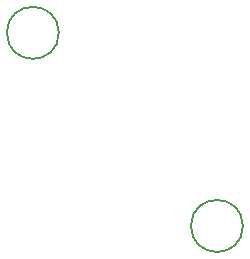
<source format=gbr>
%TF.GenerationSoftware,KiCad,Pcbnew,(5.1.6-0-10_14)*%
%TF.CreationDate,2021-03-26T09:45:15+01:00*%
%TF.ProjectId,KBPY,4b425059-2e6b-4696-9361-645f70636258,rev?*%
%TF.SameCoordinates,Original*%
%TF.FileFunction,Other,Comment*%
%FSLAX46Y46*%
G04 Gerber Fmt 4.6, Leading zero omitted, Abs format (unit mm)*
G04 Created by KiCad (PCBNEW (5.1.6-0-10_14)) date 2021-03-26 09:45:15*
%MOMM*%
%LPD*%
G01*
G04 APERTURE LIST*
%ADD10C,0.150000*%
G04 APERTURE END LIST*
D10*
%TO.C,REF\u002A\u002A*%
X134860000Y-102120000D02*
G75*
G03*
X134860000Y-102120000I-2200000J0D01*
G01*
X119270000Y-85770000D02*
G75*
G03*
X119270000Y-85770000I-2200000J0D01*
G01*
%TD*%
M02*

</source>
